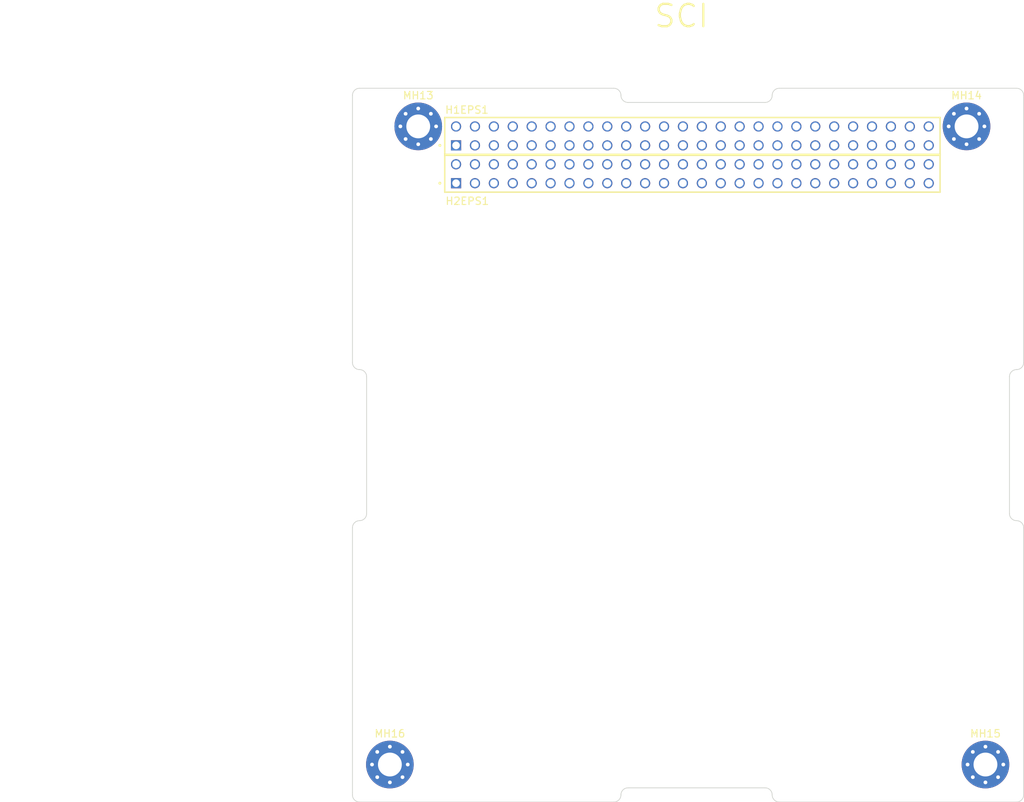
<source format=kicad_pcb>
(kicad_pcb (version 20241229) (generator "pcbnew") (generator_version "9.0")
  (title_block (title "HEDGE 2") (date "2025-06-29") (rev "V0.8") (company "University of Virginia") (comment 1 "Department of Mechanical and Aerospace Engineering"))
  (layers (0 "F.Cu" mixed) (4 "In1.Cu" mixed) (6 "In2.Cu" mixed) (2 "B.Cu" mixed) (13 "F.Paste" user) (15 "B.Paste" user) (5 "F.SilkS" user "F.Silkscreen") (7 "B.SilkS" user "B.Silkscreen") (1 "F.Mask" user) (3 "B.Mask" user) (25 "Edge.Cuts" user))
  (net 0 "")
  (net 1 "GND")
  (net 52 "/EPS/PWR_1")
  (net 53 "/EPS/UART_B_TX")
  (net 54 "/EPS/ENA_PWR_3")
  (net 55 "/EPS/UART_B_RX")
  (net 56 "/EPS/UART_F_TX")
  (net 57 "/EPS/UART_D_RX")
  (net 58 "/EPS/UART_C_TX")
  (net 59 "/EPS/UART_A_RX")
  (net 60 "/EPS/UART_A_TX")
  (net 61 "/EPS/ENA_PWR_2")
  (net 62 "/EPS/5V_PERM")
  (net 63 "/EPS/CAN_A_H")
  (net 64 "/EPS/CAN_A_L")
  (net 65 "/EPS/UART_E_RX")
  (net 66 "/EPS/UART_E_TX")
  (net 67 "/EPS/CAN_B_H")
  (net 68 "/EPS/PWR_3")
  (net 69 "/EPS/ENA_PWR_4")
  (net 70 "/EPS/UART_F_RX")
  (net 71 "/EPS/CAN_B_L")
  (net 72 "/EPS/PWR_4")
  (net 73 "/EPS/UART_C_RX")
  (net 74 "/EPS/PWR_2")
  (net 75 "/EPS/ENA_PWR_1")
  (net 76 "/EPS/UART_D_TX")
  (net 77 "/EPS/DS_B")
  (net 78 "/EPS/CHARGE")
  (net 79 "/EPS/PWR_5")
  (net 80 "/EPS/PWR_7")
  (net 81 "/EPS/PWR_8")
  (net 82 "/EPS/ENA_PWR_5")
  (net 83 "/EPS/BATT")
  (net 84 "/EPS/RBF_C")
  (net 85 "/EPS/ENA_PWR_7")
  (net 86 "/EPS/RBF_B")
  (net 87 "/EPS/ENA_PWR_6")
  (net 88 "/EPS/DS_C")
  (net 89 "/EPS/DS_A")
  (net 90 "/EPS/PWR_6")
  (net 91 "/EPS/RBF_A")
  (net 92 "/EPS/ENA_PWR_8")
  (footprint "MountingHole:MountingHole_3.2mm_M3_Pad_Via" (layer "F.Cu") (at 185.558501 85.737301)
    (property "Reference" "MH13" (at 0 -4.15 0) (layer "F.SilkS"))
    (property "Value" "MountingHole_Pad" (hide yes))
    (pad "1" thru_hole circle (at -2.4 0) (size 0.8 0.8) (drill 0.5) (layers "*.Cu" "*.Mask") (net 1 "GND"))
    (pad "1" thru_hole circle (at -1.697056 -1.697056) (size 0.8 0.8) (drill 0.5) (layers "*.Cu" "*.Mask") (net 1 "GND"))
    (pad "1" thru_hole circle (at -1.697056 1.697056) (size 0.8 0.8) (drill 0.5) (layers "*.Cu" "*.Mask") (net 1 "GND"))
    (pad "1" thru_hole circle (at 0 -2.4) (size 0.8 0.8) (drill 0.5) (layers "*.Cu" "*.Mask") (net 1 "GND"))
    (pad "1" thru_hole circle (at 0 0) (size 6.4 6.4) (drill 3.2) (layers "*.Cu" "*.Mask") (net 1 "GND"))
    (pad "1" thru_hole circle (at 0 2.4) (size 0.8 0.8) (drill 0.5) (layers "*.Cu" "*.Mask") (net 1 "GND"))
    (pad "1" thru_hole circle (at 1.697056 -1.697056) (size 0.8 0.8) (drill 0.5) (layers "*.Cu" "*.Mask") (net 1 "GND"))
    (pad "1" thru_hole circle (at 1.697056 1.697056) (size 0.8 0.8) (drill 0.5) (layers "*.Cu" "*.Mask") (net 1 "GND"))
    (pad "1" thru_hole circle (at 2.4 0) (size 0.8 0.8) (drill 0.5) (layers "*.Cu" "*.Mask") (net 1 "GND"))
  )
  (footprint "ESQ-126-39-G-D:SAMTEC_ESQ-126-39-G-D" (layer "F.Cu") (at 190.638501 93.357301)
    (property "Reference" "H2EPS1" (at 1.505 2.415 0) (layer "F.SilkS"))
    (property "Value" "Conn_02x26_Odd_Even")
    (fp_line (start -1.525 -3.735) (end -1.525 1.215) (stroke (width 0.2)) (layer "F.SilkS"))
    (fp_line (start -1.525 -3.735) (end 65.025 -3.735) (stroke (width 0.2)) (layer "F.SilkS"))
    (fp_line (start -1.525 1.215) (end 65.025 1.215) (stroke (width 0.2)) (layer "F.SilkS"))
    (fp_line (start 65.025 1.215) (end 65.025 -3.735) (stroke (width 0.2)) (layer "F.SilkS"))
    (fp_circle (center -2.175 0.01) (end -2.275 0.01) (stroke (width 0.2)) (fill no) (layer "F.SilkS"))
    (pad "01" thru_hole rect (at 0 0.01) (size 1.37 1.37) (drill 1.02) (layers "*.Cu" "*.Mask"))
    (pad "02" thru_hole circle (at 0 -2.53) (size 1.37 1.37) (drill 1.02) (layers "*.Cu" "*.Mask"))
    (pad "03" thru_hole circle (at 2.54 0.01) (size 1.37 1.37) (drill 1.02) (layers "*.Cu" "*.Mask"))
    (pad "04" thru_hole circle (at 2.54 -2.53) (size 1.37 1.37) (drill 1.02) (layers "*.Cu" "*.Mask"))
    (pad "05" thru_hole circle (at 5.08 0.01) (size 1.37 1.37) (drill 1.02) (layers "*.Cu" "*.Mask"))
    (pad "06" thru_hole circle (at 5.08 -2.53) (size 1.37 1.37) (drill 1.02) (layers "*.Cu" "*.Mask"))
    (pad "07" thru_hole circle (at 7.62 0.01) (size 1.37 1.37) (drill 1.02) (layers "*.Cu" "*.Mask"))
    (pad "08" thru_hole circle (at 7.62 -2.53) (size 1.37 1.37) (drill 1.02) (layers "*.Cu" "*.Mask"))
    (pad "09" thru_hole circle (at 10.16 0.01) (size 1.37 1.37) (drill 1.02) (layers "*.Cu" "*.Mask"))
    (pad "10" thru_hole circle (at 10.16 -2.53) (size 1.37 1.37) (drill 1.02) (layers "*.Cu" "*.Mask"))
    (pad "11" thru_hole circle (at 12.7 0.01) (size 1.37 1.37) (drill 1.02) (layers "*.Cu" "*.Mask"))
    (pad "12" thru_hole circle (at 12.7 -2.53) (size 1.37 1.37) (drill 1.02) (layers "*.Cu" "*.Mask"))
    (pad "13" thru_hole circle (at 15.24 0.01) (size 1.37 1.37) (drill 1.02) (layers "*.Cu" "*.Mask"))
    (pad "14" thru_hole circle (at 15.24 -2.53) (size 1.37 1.37) (drill 1.02) (layers "*.Cu" "*.Mask"))
    (pad "15" thru_hole circle (at 17.78 0.01) (size 1.37 1.37) (drill 1.02) (layers "*.Cu" "*.Mask"))
    (pad "16" thru_hole circle (at 17.78 -2.53) (size 1.37 1.37) (drill 1.02) (layers "*.Cu" "*.Mask"))
    (pad "17" thru_hole circle (at 20.32 0.01) (size 1.37 1.37) (drill 1.02) (layers "*.Cu" "*.Mask"))
    (pad "18" thru_hole circle (at 20.32 -2.53) (size 1.37 1.37) (drill 1.02) (layers "*.Cu" "*.Mask"))
    (pad "19" thru_hole circle (at 22.86 0.01) (size 1.37 1.37) (drill 1.02) (layers "*.Cu" "*.Mask"))
    (pad "20" thru_hole circle (at 22.86 -2.53) (size 1.37 1.37) (drill 1.02) (layers "*.Cu" "*.Mask"))
    (pad "21" thru_hole circle (at 25.4 0.01) (size 1.37 1.37) (drill 1.02) (layers "*.Cu" "*.Mask"))
    (pad "22" thru_hole circle (at 25.4 -2.53) (size 1.37 1.37) (drill 1.02) (layers "*.Cu" "*.Mask"))
    (pad "23" thru_hole circle (at 27.94 0.01) (size 1.37 1.37) (drill 1.02) (layers "*.Cu" "*.Mask"))
    (pad "24" thru_hole circle (at 27.94 -2.53) (size 1.37 1.37) (drill 1.02) (layers "*.Cu" "*.Mask"))
    (pad "25" thru_hole circle (at 30.48 0.01) (size 1.37 1.37) (drill 1.02) (layers "*.Cu" "*.Mask") (net 62 "/EPS/5V_PERM"))
    (pad "26" thru_hole circle (at 30.48 -2.53) (size 1.37 1.37) (drill 1.02) (layers "*.Cu" "*.Mask") (net 62 "/EPS/5V_PERM"))
    (pad "27" thru_hole circle (at 33.02 0.01) (size 1.37 1.37) (drill 1.02) (layers "*.Cu" "*.Mask"))
    (pad "28" thru_hole circle (at 33.02 -2.53) (size 1.37 1.37) (drill 1.02) (layers "*.Cu" "*.Mask"))
    (pad "29" thru_hole circle (at 35.56 0.01) (size 1.37 1.37) (drill 1.02) (layers "*.Cu" "*.Mask") (net 1 "GND"))
    (pad "30" thru_hole circle (at 35.56 -2.53) (size 1.37 1.37) (drill 1.02) (layers "*.Cu" "*.Mask") (net 1 "GND"))
    (pad "31" thru_hole circle (at 38.1 0.01) (size 1.37 1.37) (drill 1.02) (layers "*.Cu" "*.Mask") (net 1 "GND"))
    (pad "32" thru_hole circle (at 38.1 -2.53) (size 1.37 1.37) (drill 1.02) (layers "*.Cu" "*.Mask") (net 1 "GND"))
    (pad "33" thru_hole circle (at 40.64 0.01) (size 1.37 1.37) (drill 1.02) (layers "*.Cu" "*.Mask") (net 82 "/EPS/ENA_PWR_5"))
    (pad "34" thru_hole circle (at 40.64 -2.53) (size 1.37 1.37) (drill 1.02) (layers "*.Cu" "*.Mask") (net 79 "/EPS/PWR_5"))
    (pad "35" thru_hole circle (at 43.18 0.01) (size 1.37 1.37) (drill 1.02) (layers "*.Cu" "*.Mask") (net 87 "/EPS/ENA_PWR_6"))
    (pad "36" thru_hole circle (at 43.18 -2.53) (size 1.37 1.37) (drill 1.02) (layers "*.Cu" "*.Mask") (net 90 "/EPS/PWR_6"))
    (pad "37" thru_hole circle (at 45.72 0.01) (size 1.37 1.37) (drill 1.02) (layers "*.Cu" "*.Mask") (net 85 "/EPS/ENA_PWR_7"))
    (pad "38" thru_hole circle (at 45.72 -2.53) (size 1.37 1.37) (drill 1.02) (layers "*.Cu" "*.Mask") (net 80 "/EPS/PWR_7"))
    (pad "39" thru_hole circle (at 48.26 0.01) (size 1.37 1.37) (drill 1.02) (layers "*.Cu" "*.Mask") (net 92 "/EPS/ENA_PWR_8"))
    (pad "40" thru_hole circle (at 48.26 -2.53) (size 1.37 1.37) (drill 1.02) (layers "*.Cu" "*.Mask") (net 81 "/EPS/PWR_8"))
    (pad "41" thru_hole circle (at 50.8 0.01) (size 1.37 1.37) (drill 1.02) (layers "*.Cu" "*.Mask"))
    (pad "42" thru_hole circle (at 50.8 -2.53) (size 1.37 1.37) (drill 1.02) (layers "*.Cu" "*.Mask"))
    (pad "43" thru_hole circle (at 53.34 0.01) (size 1.37 1.37) (drill 1.02) (layers "*.Cu" "*.Mask") (net 78 "/EPS/CHARGE"))
    (pad "44" thru_hole circle (at 53.34 -2.53) (size 1.37 1.37) (drill 1.02) (layers "*.Cu" "*.Mask") (net 78 "/EPS/CHARGE"))
    (pad "45" thru_hole circle (at 55.88 0.01) (size 1.37 1.37) (drill 1.02) (layers "*.Cu" "*.Mask") (net 83 "/EPS/BATT"))
    (pad "46" thru_hole circle (at 55.88 -2.53) (size 1.37 1.37) (drill 1.02) (layers "*.Cu" "*.Mask") (net 83 "/EPS/BATT"))
    (pad "47" thru_hole circle (at 58.42 0.01) (size 1.37 1.37) (drill 1.02) (layers "*.Cu" "*.Mask") (net 91 "/EPS/RBF_A"))
    (pad "48" thru_hole circle (at 58.42 -2.53) (size 1.37 1.37) (drill 1.02) (layers "*.Cu" "*.Mask") (net 89 "/EPS/DS_A"))
    (pad "49" thru_hole circle (at 60.96 0.01) (size 1.37 1.37) (drill 1.02) (layers "*.Cu" "*.Mask") (net 86 "/EPS/RBF_B"))
    (pad "50" thru_hole circle (at 60.96 -2.53) (size 1.37 1.37) (drill 1.02) (layers "*.Cu" "*.Mask") (net 77 "/EPS/DS_B"))
    (pad "51" thru_hole circle (at 63.5 0.01) (size 1.37 1.37) (drill 1.02) (layers "*.Cu" "*.Mask") (net 84 "/EPS/RBF_C"))
    (pad "52" thru_hole circle (at 63.5 -2.53) (size 1.37 1.37) (drill 1.02) (layers "*.Cu" "*.Mask") (net 88 "/EPS/DS_C"))
  )
  (footprint "MountingHole:MountingHole_3.2mm_M3_Pad_Via" (layer "F.Cu") (at 259.218501 85.737301)
    (property "Reference" "MH14" (at 0 -4.15 0) (layer "F.SilkS"))
    (property "Value" "MountingHole_Pad" (hide yes))
    (pad "1" thru_hole circle (at -2.4 0) (size 0.8 0.8) (drill 0.5) (layers "*.Cu" "*.Mask") (net 1 "GND"))
    (pad "1" thru_hole circle (at -1.697056 -1.697056) (size 0.8 0.8) (drill 0.5) (layers "*.Cu" "*.Mask") (net 1 "GND"))
    (pad "1" thru_hole circle (at -1.697056 1.697056) (size 0.8 0.8) (drill 0.5) (layers "*.Cu" "*.Mask") (net 1 "GND"))
    (pad "1" thru_hole circle (at 0 -2.4) (size 0.8 0.8) (drill 0.5) (layers "*.Cu" "*.Mask") (net 1 "GND"))
    (pad "1" thru_hole circle (at 0 0) (size 6.4 6.4) (drill 3.2) (layers "*.Cu" "*.Mask") (net 1 "GND"))
    (pad "1" thru_hole circle (at 0 2.4) (size 0.8 0.8) (drill 0.5) (layers "*.Cu" "*.Mask") (net 1 "GND"))
    (pad "1" thru_hole circle (at 1.697056 -1.697056) (size 0.8 0.8) (drill 0.5) (layers "*.Cu" "*.Mask") (net 1 "GND"))
    (pad "1" thru_hole circle (at 1.697056 1.697056) (size 0.8 0.8) (drill 0.5) (layers "*.Cu" "*.Mask") (net 1 "GND"))
    (pad "1" thru_hole circle (at 2.4 0) (size 0.8 0.8) (drill 0.5) (layers "*.Cu" "*.Mask") (net 1 "GND"))
  )
  (footprint "ESQ-126-39-G-D:SAMTEC_ESQ-126-39-G-D" (layer "F.Cu") (at 190.638501 88.277301)
    (property "Reference" "H1EPS1" (at 1.455 -4.755 0) (layer "F.SilkS"))
    (property "Value" "Conn_02x26_Odd_Even")
    (fp_line (start -1.525 -3.735) (end -1.525 1.215) (stroke (width 0.2)) (layer "F.SilkS"))
    (fp_line (start -1.525 -3.735) (end 65.025 -3.735) (stroke (width 0.2)) (layer "F.SilkS"))
    (fp_line (start -1.525 1.215) (end 65.025 1.215) (stroke (width 0.2)) (layer "F.SilkS"))
    (fp_line (start 65.025 1.215) (end 65.025 -3.735) (stroke (width 0.2)) (layer "F.SilkS"))
    (fp_circle (center -2.175 0.01) (end -2.275 0.01) (stroke (width 0.2)) (fill no) (layer "F.SilkS"))
    (pad "01" thru_hole rect (at 0 0.01) (size 1.37 1.37) (drill 1.02) (layers "*.Cu" "*.Mask") (net 64 "/EPS/CAN_A_L"))
    (pad "02" thru_hole circle (at 0 -2.53) (size 1.37 1.37) (drill 1.02) (layers "*.Cu" "*.Mask") (net 71 "/EPS/CAN_B_L"))
    (pad "03" thru_hole circle (at 2.54 0.01) (size 1.37 1.37) (drill 1.02) (layers "*.Cu" "*.Mask") (net 63 "/EPS/CAN_A_H"))
    (pad "04" thru_hole circle (at 2.54 -2.53) (size 1.37 1.37) (drill 1.02) (layers "*.Cu" "*.Mask") (net 67 "/EPS/CAN_B_H"))
    (pad "05" thru_hole circle (at 5.08 0.01) (size 1.37 1.37) (drill 1.02) (layers "*.Cu" "*.Mask") (net 60 "/EPS/UART_A_TX"))
    (pad "06" thru_hole circle (at 5.08 -2.53) (size 1.37 1.37) (drill 1.02) (layers "*.Cu" "*.Mask") (net 53 "/EPS/UART_B_TX"))
    (pad "07" thru_hole circle (at 7.62 0.01) (size 1.37 1.37) (drill 1.02) (layers "*.Cu" "*.Mask") (net 59 "/EPS/UART_A_RX"))
    (pad "08" thru_hole circle (at 7.62 -2.53) (size 1.37 1.37) (drill 1.02) (layers "*.Cu" "*.Mask") (net 55 "/EPS/UART_B_RX"))
    (pad "09" thru_hole circle (at 10.16 0.01) (size 1.37 1.37) (drill 1.02) (layers "*.Cu" "*.Mask"))
    (pad "10" thru_hole circle (at 10.16 -2.53) (size 1.37 1.37) (drill 1.02) (layers "*.Cu" "*.Mask"))
    (pad "11" thru_hole circle (at 12.7 0.01) (size 1.37 1.37) (drill 1.02) (layers "*.Cu" "*.Mask"))
    (pad "12" thru_hole circle (at 12.7 -2.53) (size 1.37 1.37) (drill 1.02) (layers "*.Cu" "*.Mask"))
    (pad "13" thru_hole circle (at 15.24 0.01) (size 1.37 1.37) (drill 1.02) (layers "*.Cu" "*.Mask") (net 58 "/EPS/UART_C_TX"))
    (pad "14" thru_hole circle (at 15.24 -2.53) (size 1.37 1.37) (drill 1.02) (layers "*.Cu" "*.Mask"))
    (pad "15" thru_hole circle (at 17.78 0.01) (size 1.37 1.37) (drill 1.02) (layers "*.Cu" "*.Mask") (net 73 "/EPS/UART_C_RX"))
    (pad "16" thru_hole circle (at 17.78 -2.53) (size 1.37 1.37) (drill 1.02) (layers "*.Cu" "*.Mask"))
    (pad "17" thru_hole circle (at 20.32 0.01) (size 1.37 1.37) (drill 1.02) (layers "*.Cu" "*.Mask"))
    (pad "18" thru_hole circle (at 20.32 -2.53) (size 1.37 1.37) (drill 1.02) (layers "*.Cu" "*.Mask"))
    (pad "19" thru_hole circle (at 22.86 0.01) (size 1.37 1.37) (drill 1.02) (layers "*.Cu" "*.Mask"))
    (pad "20" thru_hole circle (at 22.86 -2.53) (size 1.37 1.37) (drill 1.02) (layers "*.Cu" "*.Mask"))
    (pad "21" thru_hole circle (at 25.4 0.01) (size 1.37 1.37) (drill 1.02) (layers "*.Cu" "*.Mask"))
    (pad "22" thru_hole circle (at 25.4 -2.53) (size 1.37 1.37) (drill 1.02) (layers "*.Cu" "*.Mask") (net 76 "/EPS/UART_D_TX"))
    (pad "23" thru_hole circle (at 27.94 0.01) (size 1.37 1.37) (drill 1.02) (layers "*.Cu" "*.Mask"))
    (pad "24" thru_hole circle (at 27.94 -2.53) (size 1.37 1.37) (drill 1.02) (layers "*.Cu" "*.Mask") (net 57 "/EPS/UART_D_RX"))
    (pad "25" thru_hole circle (at 30.48 0.01) (size 1.37 1.37) (drill 1.02) (layers "*.Cu" "*.Mask") (net 62 "/EPS/5V_PERM"))
    (pad "26" thru_hole circle (at 30.48 -2.53) (size 1.37 1.37) (drill 1.02) (layers "*.Cu" "*.Mask") (net 62 "/EPS/5V_PERM"))
    (pad "27" thru_hole circle (at 33.02 0.01) (size 1.37 1.37) (drill 1.02) (layers "*.Cu" "*.Mask"))
    (pad "28" thru_hole circle (at 33.02 -2.53) (size 1.37 1.37) (drill 1.02) (layers "*.Cu" "*.Mask"))
    (pad "29" thru_hole circle (at 35.56 0.01) (size 1.37 1.37) (drill 1.02) (layers "*.Cu" "*.Mask") (net 1 "GND"))
    (pad "30" thru_hole circle (at 35.56 -2.53) (size 1.37 1.37) (drill 1.02) (layers "*.Cu" "*.Mask") (net 1 "GND"))
    (pad "31" thru_hole circle (at 38.1 0.01) (size 1.37 1.37) (drill 1.02) (layers "*.Cu" "*.Mask") (net 1 "GND"))
    (pad "32" thru_hole circle (at 38.1 -2.53) (size 1.37 1.37) (drill 1.02) (layers "*.Cu" "*.Mask") (net 1 "GND"))
    (pad "33" thru_hole circle (at 40.64 0.01) (size 1.37 1.37) (drill 1.02) (layers "*.Cu" "*.Mask"))
    (pad "34" thru_hole circle (at 40.64 -2.53) (size 1.37 1.37) (drill 1.02) (layers "*.Cu" "*.Mask"))
    (pad "35" thru_hole circle (at 43.18 0.01) (size 1.37 1.37) (drill 1.02) (layers "*.Cu" "*.Mask"))
    (pad "36" thru_hole circle (at 43.18 -2.53) (size 1.37 1.37) (drill 1.02) (layers "*.Cu" "*.Mask"))
    (pad "37" thru_hole circle (at 45.72 0.01) (size 1.37 1.37) (drill 1.02) (layers "*.Cu" "*.Mask"))
    (pad "38" thru_hole circle (at 45.72 -2.53) (size 1.37 1.37) (drill 1.02) (layers "*.Cu" "*.Mask") (net 66 "/EPS/UART_E_TX"))
    (pad "39" thru_hole circle (at 48.26 0.01) (size 1.37 1.37) (drill 1.02) (layers "*.Cu" "*.Mask"))
    (pad "40" thru_hole circle (at 48.26 -2.53) (size 1.37 1.37) (drill 1.02) (layers "*.Cu" "*.Mask") (net 65 "/EPS/UART_E_RX"))
    (pad "41" thru_hole circle (at 50.8 0.01) (size 1.37 1.37) (drill 1.02) (layers "*.Cu" "*.Mask"))
    (pad "42" thru_hole circle (at 50.8 -2.53) (size 1.37 1.37) (drill 1.02) (layers "*.Cu" "*.Mask") (net 56 "/EPS/UART_F_TX"))
    (pad "43" thru_hole circle (at 53.34 0.01) (size 1.37 1.37) (drill 1.02) (layers "*.Cu" "*.Mask"))
    (pad "44" thru_hole circle (at 53.34 -2.53) (size 1.37 1.37) (drill 1.02) (layers "*.Cu" "*.Mask") (net 70 "/EPS/UART_F_RX"))
    (pad "45" thru_hole circle (at 55.88 0.01) (size 1.37 1.37) (drill 1.02) (layers "*.Cu" "*.Mask") (net 75 "/EPS/ENA_PWR_1"))
    (pad "46" thru_hole circle (at 55.88 -2.53) (size 1.37 1.37) (drill 1.02) (layers "*.Cu" "*.Mask") (net 52 "/EPS/PWR_1"))
    (pad "47" thru_hole circle (at 58.42 0.01) (size 1.37 1.37) (drill 1.02) (layers "*.Cu" "*.Mask") (net 61 "/EPS/ENA_PWR_2"))
    (pad "48" thru_hole circle (at 58.42 -2.53) (size 1.37 1.37) (drill 1.02) (layers "*.Cu" "*.Mask") (net 74 "/EPS/PWR_2"))
    (pad "49" thru_hole circle (at 60.96 0.01) (size 1.37 1.37) (drill 1.02) (layers "*.Cu" "*.Mask") (net 54 "/EPS/ENA_PWR_3"))
    (pad "50" thru_hole circle (at 60.96 -2.53) (size 1.37 1.37) (drill 1.02) (layers "*.Cu" "*.Mask") (net 68 "/EPS/PWR_3"))
    (pad "51" thru_hole circle (at 63.5 0.01) (size 1.37 1.37) (drill 1.02) (layers "*.Cu" "*.Mask") (net 69 "/EPS/ENA_PWR_4"))
    (pad "52" thru_hole circle (at 63.5 -2.53) (size 1.37 1.37) (drill 1.02) (layers "*.Cu" "*.Mask") (net 72 "/EPS/PWR_4"))
  )
  (footprint "MountingHole:MountingHole_3.2mm_M3_Pad_Via" (layer "F.Cu") (at 181.748501 171.467301)
    (property "Reference" "MH16" (at 0 -4.15 0) (layer "F.SilkS"))
    (property "Value" "MountingHole_Pad" (hide yes))
    (pad "1" thru_hole circle (at -2.4 0) (size 0.8 0.8) (drill 0.5) (layers "*.Cu" "*.Mask") (net 1 "GND"))
    (pad "1" thru_hole circle (at -1.697056 -1.697056) (size 0.8 0.8) (drill 0.5) (layers "*.Cu" "*.Mask") (net 1 "GND"))
    (pad "1" thru_hole circle (at -1.697056 1.697056) (size 0.8 0.8) (drill 0.5) (layers "*.Cu" "*.Mask") (net 1 "GND"))
    (pad "1" thru_hole circle (at 0 -2.4) (size 0.8 0.8) (drill 0.5) (layers "*.Cu" "*.Mask") (net 1 "GND"))
    (pad "1" thru_hole circle (at 0 0) (size 6.4 6.4) (drill 3.2) (layers "*.Cu" "*.Mask") (net 1 "GND"))
    (pad "1" thru_hole circle (at 0 2.4) (size 0.8 0.8) (drill 0.5) (layers "*.Cu" "*.Mask") (net 1 "GND"))
    (pad "1" thru_hole circle (at 1.697056 -1.697056) (size 0.8 0.8) (drill 0.5) (layers "*.Cu" "*.Mask") (net 1 "GND"))
    (pad "1" thru_hole circle (at 1.697056 1.697056) (size 0.8 0.8) (drill 0.5) (layers "*.Cu" "*.Mask") (net 1 "GND"))
    (pad "1" thru_hole circle (at 2.4 0) (size 0.8 0.8) (drill 0.5) (layers "*.Cu" "*.Mask") (net 1 "GND"))
  )
  (footprint "MountingHole:MountingHole_3.2mm_M3_Pad_Via" (layer "F.Cu") (at 261.758501 171.467301)
    (property "Reference" "MH15" (at 0 -4.15 0) (layer "F.SilkS"))
    (property "Value" "MountingHole_Pad" (hide yes))
    (pad "1" thru_hole circle (at -2.4 0) (size 0.8 0.8) (drill 0.5) (layers "*.Cu" "*.Mask") (net 1 "GND"))
    (pad "1" thru_hole circle (at -1.697056 -1.697056) (size 0.8 0.8) (drill 0.5) (layers "*.Cu" "*.Mask") (net 1 "GND"))
    (pad "1" thru_hole circle (at -1.697056 1.697056) (size 0.8 0.8) (drill 0.5) (layers "*.Cu" "*.Mask") (net 1 "GND"))
    (pad "1" thru_hole circle (at 0 -2.4) (size 0.8 0.8) (drill 0.5) (layers "*.Cu" "*.Mask") (net 1 "GND"))
    (pad "1" thru_hole circle (at 0 0) (size 6.4 6.4) (drill 3.2) (layers "*.Cu" "*.Mask") (net 1 "GND"))
    (pad "1" thru_hole circle (at 0 2.4) (size 0.8 0.8) (drill 0.5) (layers "*.Cu" "*.Mask") (net 1 "GND"))
    (pad "1" thru_hole circle (at 1.697056 -1.697056) (size 0.8 0.8) (drill 0.5) (layers "*.Cu" "*.Mask") (net 1 "GND"))
    (pad "1" thru_hole circle (at 1.697056 1.697056) (size 0.8 0.8) (drill 0.5) (layers "*.Cu" "*.Mask") (net 1 "GND"))
    (pad "1" thru_hole circle (at 2.4 0) (size 0.8 0.8) (drill 0.5) (layers "*.Cu" "*.Mask") (net 1 "GND"))
  )
  (gr_arc (start 211.8365 80.615) (mid 212.51002 80.89398) (end 212.789 81.5675) (stroke (width 0.1)) (layer "Edge.Cuts"))
  (gr_arc (start 178.626 137.7523) (mid 178.34702 138.42582) (end 177.6735 138.7048) (stroke (width 0.1)) (layer "Edge.Cuts"))
  (gr_arc (start 177.6735 176.5) (mid 176.999982 176.221019) (end 176.721 175.5475) (stroke (width 0.1)) (layer "Edge.Cuts"))
  (gr_arc (start 176.721 81.5675) (mid 176.999981 80.893981) (end 177.6735 80.615) (stroke (width 0.1)) (layer "Edge.Cuts"))
  (gr_arc (start 266.891 175.5475) (mid 266.61202 176.22102) (end 265.9385 176.5) (stroke (width 0.1)) (layer "Edge.Cuts"))
  (gr_line (start 234.0615 176.5) (end 265.9385 176.5) (stroke (width 0.1)) (layer "Edge.Cuts"))
  (gr_line (start 176.721 139.6573) (end 176.721 175.5475) (stroke (width 0.1)) (layer "Edge.Cuts"))
  (gr_line (start 177.6735 176.5) (end 211.8365 176.5) (stroke (width 0.1)) (layer "Edge.Cuts"))
  (gr_line (start 177.6735 80.615) (end 211.8365 80.615) (stroke (width 0.1)) (layer "Edge.Cuts"))
  (gr_arc (start 265.9385 138.7048) (mid 266.61202 138.98378) (end 266.891 139.6573) (stroke (width 0.1)) (layer "Edge.Cuts"))
  (gr_arc (start 212.789 175.5475) (mid 213.067981 174.873981) (end 213.7415 174.595) (stroke (width 0.1)) (layer "Edge.Cuts"))
  (gr_arc (start 234.0615 176.5) (mid 233.387982 176.221019) (end 233.109 175.5475) (stroke (width 0.1)) (layer "Edge.Cuts"))
  (gr_line (start 234.0615 80.615) (end 265.9385 80.615) (stroke (width 0.1)) (layer "Edge.Cuts"))
  (gr_arc (start 233.109 81.5675) (mid 232.83002 82.24102) (end 232.1565 82.52) (stroke (width 0.1)) (layer "Edge.Cuts"))
  (gr_line (start 178.626 119.3627) (end 178.626 137.7523) (stroke (width 0.1)) (layer "Edge.Cuts"))
  (gr_arc (start 176.721 139.6573) (mid 176.999981 138.983781) (end 177.6735 138.7048) (stroke (width 0.1)) (layer "Edge.Cuts"))
  (gr_arc (start 265.9385 80.615) (mid 266.61202 80.89398) (end 266.891 81.5675) (stroke (width 0.1)) (layer "Edge.Cuts"))
  (gr_arc (start 265.9385 138.7048) (mid 265.264982 138.425819) (end 264.986 137.7523) (stroke (width 0.1)) (layer "Edge.Cuts"))
  (gr_arc (start 232.1565 174.595) (mid 232.83002 174.87398) (end 233.109 175.5475) (stroke (width 0.1)) (layer "Edge.Cuts"))
  (gr_arc (start 213.7415 82.52) (mid 213.067982 82.241019) (end 212.789 81.5675) (stroke (width 0.1)) (layer "Edge.Cuts"))
  (gr_arc (start 212.789 175.5475) (mid 212.51002 176.22102) (end 211.8365 176.5) (stroke (width 0.1)) (layer "Edge.Cuts"))
  (gr_arc (start 233.109 81.5675) (mid 233.387981 80.893981) (end 234.0615 80.615) (stroke (width 0.1)) (layer "Edge.Cuts"))
  (gr_line (start 266.891 139.6573) (end 266.891 175.5475) (stroke (width 0.1)) (layer "Edge.Cuts"))
  (gr_line (start 266.891 81.5675) (end 266.891 117.4577) (stroke (width 0.1)) (layer "Edge.Cuts"))
  (gr_arc (start 266.891 117.4577) (mid 266.61202 118.13122) (end 265.9385 118.4102) (stroke (width 0.1)) (layer "Edge.Cuts"))
  (gr_line (start 176.721 81.5675) (end 176.721 117.4577) (stroke (width 0.1)) (layer "Edge.Cuts"))
  (gr_arc (start 177.6735 118.4102) (mid 178.34702 118.68918) (end 178.626 119.3627) (stroke (width 0.1)) (layer "Edge.Cuts"))
  (gr_line (start 264.986 119.3627) (end 264.986 137.7523) (stroke (width 0.1)) (layer "Edge.Cuts"))
  (gr_arc (start 177.6735 118.4102) (mid 176.999982 118.131219) (end 176.721 117.4577) (stroke (width 0.1)) (layer "Edge.Cuts"))
  (gr_arc (start 264.986 119.3627) (mid 265.264981 118.689181) (end 265.9385 118.4102) (stroke (width 0.1)) (layer "Edge.Cuts"))
  (gr_line (start 213.7415 174.595) (end 232.1565 174.595) (stroke (width 0.1)) (layer "Edge.Cuts"))
  (gr_line (start 213.7415 82.52) (end 232.1565 82.52) (stroke (width 0.1)) (layer "Edge.Cuts"))
  (gr_text "SCI" (at 217.084572 72.657301 0) (layer "F.SilkS") (effects (font (size 3 3) (thickness 0.3) (bold yes)) (justify left bottom)))
)
</source>
